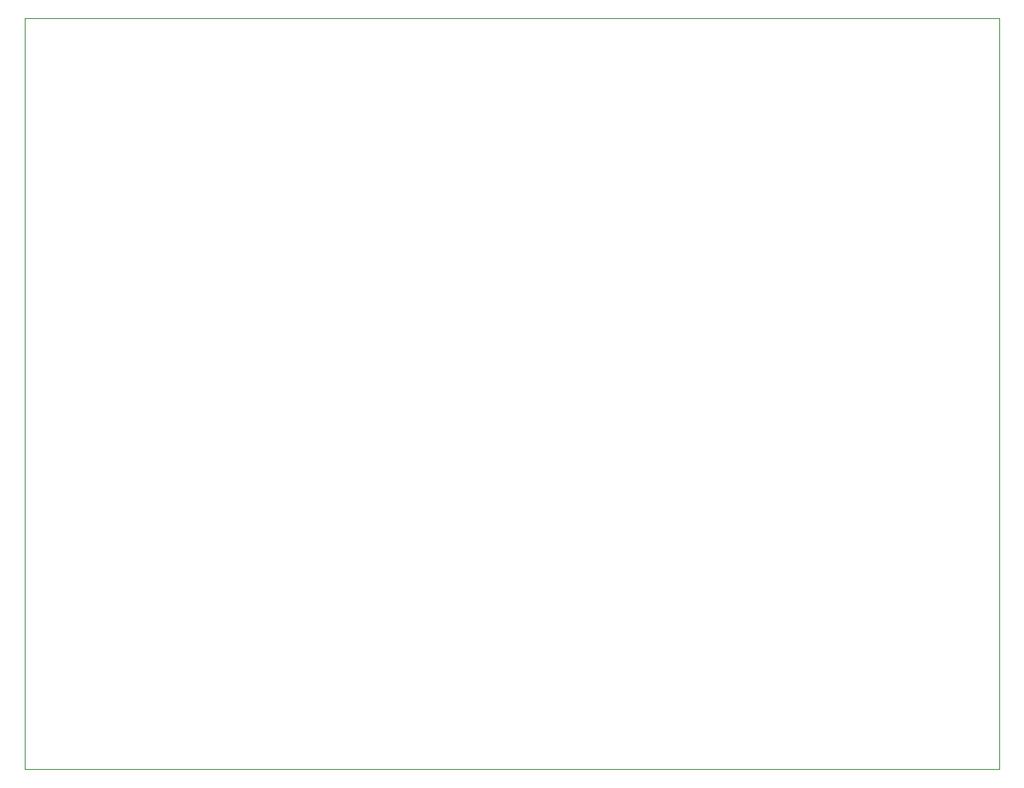
<source format=gbr>
%TF.GenerationSoftware,KiCad,Pcbnew,5.1.10-88a1d61d58~90~ubuntu20.04.1*%
%TF.CreationDate,2021-10-13T16:11:54+02:00*%
%TF.ProjectId,DI8_V1.1,4449385f-5631-42e3-912e-6b696361645f,rev?*%
%TF.SameCoordinates,Original*%
%TF.FileFunction,Profile,NP*%
%FSLAX46Y46*%
G04 Gerber Fmt 4.6, Leading zero omitted, Abs format (unit mm)*
G04 Created by KiCad (PCBNEW 5.1.10-88a1d61d58~90~ubuntu20.04.1) date 2021-10-13 16:11:54*
%MOMM*%
%LPD*%
G01*
G04 APERTURE LIST*
%TA.AperFunction,Profile*%
%ADD10C,0.050000*%
%TD*%
G04 APERTURE END LIST*
D10*
X141898000Y-136460000D02*
X41898000Y-136460000D01*
X141898000Y-59460000D02*
X141898000Y-136460000D01*
X41898000Y-59460000D02*
X141898000Y-59460000D01*
X41898000Y-136460000D02*
X41898000Y-59460000D01*
M02*

</source>
